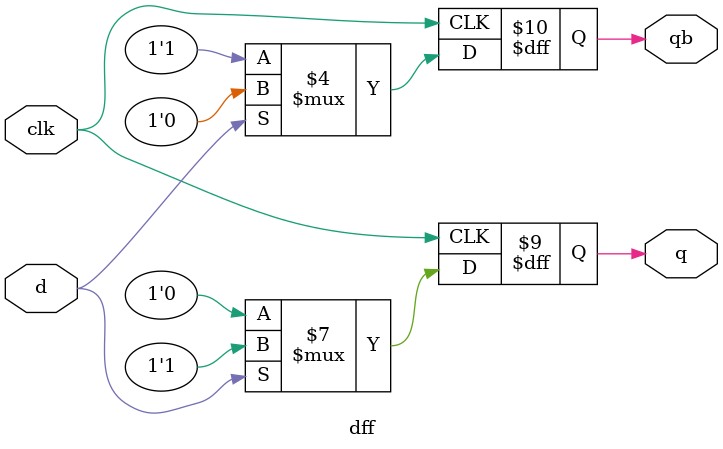
<source format=v>
module pipo(d,clk,q,qb);
    input [3:0]d;
    input clk;
    output [3:0]q,qb;
    dff a(d[3], clk, q[3],qb[3]);
    dff b(d[2], clk, q[2],qb[2]);
    dff c(d[1], clk, q[1],qb[1]);
    dff e(d[0], clk, q[0],qb[0]);
endmodule
module dff(d,clk,q,qb);
input d,clk;
output q,qb;
reg q,qb;
always@(posedge clk)
begin
if (d==0)
  begin
  q=1'b0;
  qb=1'b1;
end
else
begin
    q=1'b1;
    qb=1'b0;
  end
end
endmodule 

</source>
